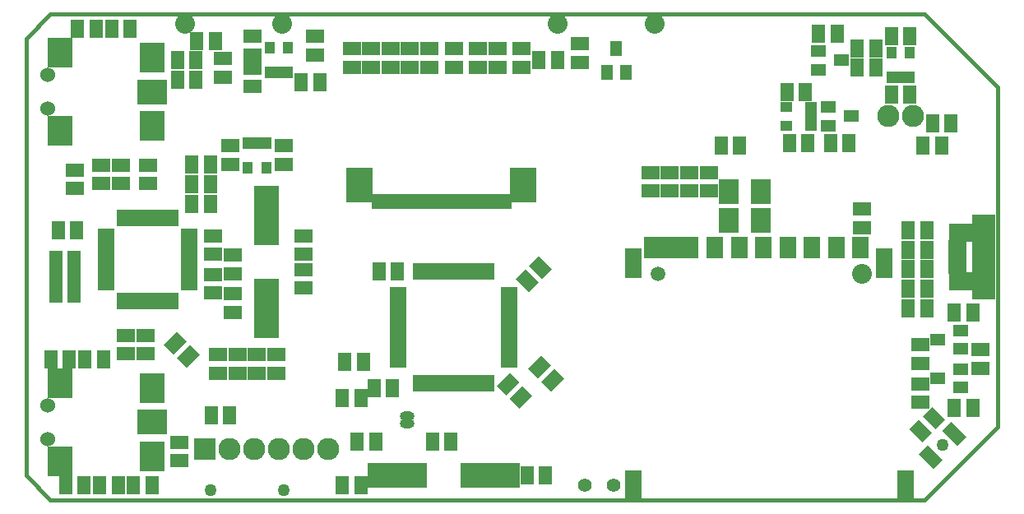
<source format=gts>
G04 (created by PCBNEW-RS274X (2012-jan-04)-testing) date Wed 23 May 2012 23:15:24 BST*
G01*
G70*
G90*
%MOIN*%
G04 Gerber Fmt 3.4, Leading zero omitted, Abs format*
%FSLAX34Y34*%
G04 APERTURE LIST*
%ADD10C,0.006000*%
%ADD11C,0.015000*%
%ADD12R,0.040000X0.050000*%
%ADD13R,0.050000X0.040000*%
%ADD14R,0.048000X0.059000*%
%ADD15R,0.059000X0.048000*%
%ADD16R,0.080000X0.100000*%
%ADD17R,0.055000X0.075000*%
%ADD18R,0.075000X0.055000*%
%ADD19R,0.065000X0.090000*%
%ADD20R,0.060000X0.090000*%
%ADD21R,0.055000X0.090000*%
%ADD22C,0.059400*%
%ADD23C,0.080000*%
%ADD24R,0.070000X0.120000*%
%ADD25R,0.074300X0.037700*%
%ADD26R,0.094800X0.066300*%
%ADD27R,0.094800X0.113500*%
%ADD28R,0.102700X0.078100*%
%ADD29R,0.031800X0.067000*%
%ADD30R,0.067000X0.031800*%
%ADD31C,0.090000*%
%ADD32R,0.090000X0.090000*%
%ADD33R,0.100700X0.238500*%
%ADD34R,0.238500X0.100700*%
%ADD35R,0.031800X0.063300*%
%ADD36R,0.110600X0.142000*%
%ADD37O,0.059400X0.037700*%
%ADD38R,0.098700X0.120400*%
%ADD39R,0.120400X0.098700*%
%ADD40C,0.060000*%
%ADD41C,0.049500*%
%ADD42C,0.055400*%
G04 APERTURE END LIST*
G54D10*
G54D11*
X39369Y16733D02*
X39370Y16733D01*
X36417Y19685D02*
X39369Y16733D01*
X00984Y19685D02*
X00000Y18701D01*
X36417Y19685D02*
X00984Y19685D01*
X36417Y00000D02*
X39370Y02953D01*
X00000Y00984D02*
X00000Y00985D01*
X00984Y00000D02*
X00000Y00984D01*
X36417Y00000D02*
X00984Y00000D01*
X00000Y18701D02*
X00000Y00985D01*
X39370Y16733D02*
X39370Y02953D01*
G54D12*
X35056Y17120D03*
X35806Y17120D03*
X35056Y18120D03*
X35431Y17120D03*
X35806Y18120D03*
X09861Y17315D03*
X10611Y17315D03*
X09861Y18315D03*
X10236Y17315D03*
X10611Y18315D03*
X09725Y14477D03*
X08975Y14477D03*
X09725Y13477D03*
X09350Y14477D03*
X08975Y13477D03*
G54D13*
X31799Y15177D03*
X31799Y15927D03*
X30799Y15177D03*
X31799Y15552D03*
X30799Y15927D03*
G54D14*
X23917Y18287D03*
X23543Y17343D03*
X24291Y17343D03*
G54D15*
X36930Y06496D03*
X37874Y06122D03*
X37874Y06870D03*
X36930Y04922D03*
X37874Y04548D03*
X37874Y05296D03*
G54D16*
X28484Y12500D03*
X29784Y12500D03*
X29784Y11319D03*
X28484Y11319D03*
G54D17*
X07462Y13583D03*
X06712Y13583D03*
X36497Y10138D03*
X35747Y10138D03*
G54D18*
X27658Y12519D03*
X27658Y13269D03*
X26870Y12519D03*
X26870Y13269D03*
G54D17*
X02381Y05709D03*
X03131Y05709D03*
X36497Y07776D03*
X35747Y07776D03*
X35747Y08563D03*
X36497Y08563D03*
G54D18*
X33858Y11043D03*
X33858Y11793D03*
G54D17*
X36497Y09351D03*
X35747Y09351D03*
X03722Y00591D03*
X02972Y00591D03*
X36497Y10926D03*
X35747Y10926D03*
G54D18*
X38681Y06084D03*
X38681Y05334D03*
G54D17*
X37617Y07579D03*
X38367Y07579D03*
G54D18*
X36221Y06281D03*
X36221Y05531D03*
X08366Y09173D03*
X08366Y09923D03*
G54D17*
X28168Y14370D03*
X28918Y14370D03*
G54D18*
X08366Y08348D03*
X08366Y07598D03*
G54D17*
X06712Y12796D03*
X07462Y12796D03*
G54D18*
X01969Y12618D03*
X01969Y13368D03*
X08563Y05887D03*
X08563Y05137D03*
X07776Y05887D03*
X07776Y05137D03*
G54D17*
X16456Y02363D03*
X17206Y02363D03*
X01200Y08367D03*
X01950Y08367D03*
G54D18*
X11221Y10710D03*
X11221Y09960D03*
G54D17*
X02344Y00591D03*
X01594Y00591D03*
G54D18*
X06201Y02344D03*
X06201Y01594D03*
G54D17*
X05099Y00591D03*
X04349Y00591D03*
G54D18*
X11713Y18781D03*
X11713Y18031D03*
X22441Y18486D03*
X22441Y17736D03*
X11221Y08582D03*
X11221Y09332D03*
G54D10*
G36*
X36322Y02327D02*
X35791Y02858D01*
X36180Y03247D01*
X36711Y02716D01*
X36322Y02327D01*
X36322Y02327D01*
G37*
G36*
X36852Y02857D02*
X36321Y03388D01*
X36710Y03777D01*
X37241Y03246D01*
X36852Y02857D01*
X36852Y02857D01*
G37*
G54D18*
X25295Y13269D03*
X25295Y12519D03*
X26083Y13269D03*
X26083Y12519D03*
G54D17*
X34430Y18307D03*
X33680Y18307D03*
X34430Y17520D03*
X33680Y17520D03*
X11141Y16930D03*
X11891Y16930D03*
X02086Y19095D03*
X02836Y19095D03*
G54D18*
X07973Y17145D03*
X07973Y17895D03*
G54D17*
X06121Y17028D03*
X06871Y17028D03*
X36338Y14370D03*
X37088Y14370D03*
X37481Y15256D03*
X36731Y15256D03*
X13405Y02363D03*
X14155Y02363D03*
G54D18*
X16339Y17539D03*
X16339Y18289D03*
X15551Y17539D03*
X15551Y18289D03*
X14764Y17539D03*
X14764Y18289D03*
X13976Y17539D03*
X13976Y18289D03*
X13189Y17539D03*
X13189Y18289D03*
G54D17*
X30826Y16536D03*
X31576Y16536D03*
X12814Y00591D03*
X13564Y00591D03*
X21044Y00985D03*
X20294Y00985D03*
X37617Y03741D03*
X38367Y03741D03*
X31674Y14469D03*
X30924Y14469D03*
X12814Y04134D03*
X13564Y04134D03*
G54D18*
X17323Y18289D03*
X17323Y17539D03*
G54D17*
X35806Y16439D03*
X35056Y16439D03*
X03464Y19095D03*
X04214Y19095D03*
X07659Y18603D03*
X06909Y18603D03*
X35806Y18801D03*
X35056Y18801D03*
X06871Y17815D03*
X06121Y17815D03*
G54D18*
X04921Y13564D03*
X04921Y12814D03*
G54D17*
X07462Y12008D03*
X06712Y12008D03*
G54D10*
G36*
X07024Y05909D02*
X06493Y05378D01*
X06104Y05767D01*
X06635Y06298D01*
X07024Y05909D01*
X07024Y05909D01*
G37*
G36*
X06494Y06439D02*
X05963Y05908D01*
X05574Y06297D01*
X06105Y06828D01*
X06494Y06439D01*
X06494Y06439D01*
G37*
G54D18*
X04036Y05925D03*
X04036Y06675D03*
X07579Y10710D03*
X07579Y09960D03*
X07579Y09135D03*
X07579Y08385D03*
X04823Y05925D03*
X04823Y06675D03*
X03051Y12814D03*
X03051Y13564D03*
X03839Y12814D03*
X03839Y13564D03*
X36221Y04706D03*
X36221Y03956D03*
G54D17*
X07499Y03445D03*
X08249Y03445D03*
X01003Y05709D03*
X01753Y05709D03*
X01950Y09056D03*
X01200Y09056D03*
X01298Y10926D03*
X02048Y10926D03*
X01200Y09744D03*
X01950Y09744D03*
G54D18*
X10433Y13602D03*
X10433Y14352D03*
X09154Y18781D03*
X09154Y18031D03*
X08268Y14352D03*
X08268Y13602D03*
X09154Y16751D03*
X09154Y17501D03*
G54D17*
X21536Y17815D03*
X20786Y17815D03*
G54D18*
X20079Y17539D03*
X20079Y18289D03*
X19095Y18289D03*
X19095Y17539D03*
X18307Y18289D03*
X18307Y17539D03*
G54D19*
X33809Y10217D03*
X32825Y10217D03*
X31840Y10217D03*
X30856Y10217D03*
X29872Y10217D03*
X28888Y10217D03*
X27903Y10217D03*
X26919Y10217D03*
G54D20*
X26279Y10217D03*
G54D21*
X25768Y10217D03*
X25295Y10217D03*
G54D22*
X25589Y09154D03*
G54D23*
X33858Y09154D03*
G54D24*
X24606Y00599D03*
X24606Y09599D03*
X35630Y00599D03*
X34764Y09599D03*
G54D25*
X37752Y10355D03*
X37752Y09587D03*
X37752Y10099D03*
X37752Y09843D03*
G54D26*
X38799Y09513D03*
G54D27*
X38799Y10990D03*
X38799Y08696D03*
G54D26*
X38799Y10173D03*
G54D25*
X37752Y09331D03*
G54D28*
X37894Y08873D03*
X37894Y10813D03*
G54D29*
X15846Y04725D03*
X16042Y04725D03*
X16239Y04725D03*
X16436Y04725D03*
X16633Y04725D03*
X16830Y04725D03*
X17027Y04725D03*
X17224Y04725D03*
X17420Y04725D03*
X17617Y04725D03*
X17814Y04725D03*
X18011Y04725D03*
X18208Y04725D03*
X18405Y04725D03*
X18602Y04725D03*
X18798Y04725D03*
X18798Y09253D03*
X18602Y09253D03*
X18405Y09253D03*
X18208Y09253D03*
X18011Y09253D03*
X17814Y09253D03*
X17617Y09253D03*
X17420Y09253D03*
X17224Y09253D03*
X17027Y09253D03*
X16830Y09253D03*
X16633Y09253D03*
X16436Y09253D03*
X16239Y09253D03*
X16042Y09253D03*
X15846Y09253D03*
G54D30*
X19586Y05513D03*
X19586Y05709D03*
X19586Y05906D03*
X19586Y06103D03*
X19586Y06300D03*
X19586Y06497D03*
X19586Y06694D03*
X19586Y06891D03*
X19586Y07087D03*
X19586Y07284D03*
X19586Y07481D03*
X19586Y07678D03*
X19586Y07875D03*
X19586Y08072D03*
X19586Y08269D03*
X19586Y08465D03*
X15058Y08465D03*
X15058Y08269D03*
X15058Y08072D03*
X15058Y07875D03*
X15058Y07678D03*
X15058Y07481D03*
X15058Y07284D03*
X15058Y07087D03*
X15058Y06891D03*
X15058Y06694D03*
X15058Y06497D03*
X15058Y06300D03*
X15058Y06103D03*
X15058Y05906D03*
X15058Y05709D03*
X15058Y05513D03*
G54D29*
X03838Y08072D03*
X04035Y08072D03*
X04232Y08072D03*
X04429Y08072D03*
X04626Y08072D03*
X04823Y08072D03*
X05019Y08072D03*
X05216Y08072D03*
X05413Y08072D03*
X05610Y08072D03*
X05807Y08072D03*
X06004Y08072D03*
X06004Y11418D03*
X05807Y11418D03*
X05610Y11418D03*
X05413Y11418D03*
X05216Y11418D03*
X05019Y11418D03*
X04823Y11418D03*
X04626Y11418D03*
X04429Y11418D03*
X04232Y11418D03*
X04035Y11418D03*
X03838Y11418D03*
G54D30*
X06594Y08662D03*
X06594Y08859D03*
X06594Y09056D03*
X06594Y09253D03*
X06594Y09450D03*
X06594Y09647D03*
X06594Y09843D03*
X06594Y10040D03*
X06594Y10237D03*
X06594Y10434D03*
X06594Y10631D03*
X06594Y10828D03*
X03248Y10828D03*
X03248Y10631D03*
X03248Y10434D03*
X03248Y10237D03*
X03248Y10040D03*
X03248Y09843D03*
X03248Y09647D03*
X03248Y09450D03*
X03248Y09253D03*
X03248Y09056D03*
X03248Y08859D03*
X03248Y08662D03*
G54D31*
X35933Y15552D03*
X34933Y15552D03*
G54D32*
X07244Y02067D03*
G54D31*
X08244Y02067D03*
X09244Y02067D03*
X10244Y02067D03*
X11244Y02067D03*
X12244Y02067D03*
G54D33*
X09744Y07766D03*
X09744Y11526D03*
G54D34*
X18809Y00985D03*
X15049Y00985D03*
G54D23*
X21524Y19292D03*
X25461Y19292D03*
X10366Y19292D03*
X06429Y19292D03*
G54D35*
X16734Y12107D03*
X16930Y12107D03*
X17324Y12107D03*
X17521Y12107D03*
X17718Y12107D03*
X17915Y12107D03*
X18112Y12107D03*
X18309Y12107D03*
X18505Y12107D03*
X18702Y12107D03*
X18899Y12107D03*
X19096Y12107D03*
X19293Y12107D03*
X19490Y12107D03*
X16537Y12107D03*
X14174Y12107D03*
X14371Y12107D03*
X14568Y12107D03*
X14765Y12107D03*
X14962Y12107D03*
X15159Y12107D03*
X15355Y12107D03*
X15552Y12107D03*
X15749Y12107D03*
X15946Y12107D03*
X16143Y12107D03*
X17127Y12107D03*
X16340Y12107D03*
G54D36*
X20147Y12776D03*
X13517Y12776D03*
G54D10*
G36*
X20509Y04236D02*
X19978Y03705D01*
X19589Y04094D01*
X20120Y04625D01*
X20509Y04236D01*
X20509Y04236D01*
G37*
G36*
X19979Y04766D02*
X19448Y04235D01*
X19059Y04624D01*
X19590Y05155D01*
X19979Y04766D01*
X19979Y04766D01*
G37*
G36*
X20765Y09879D02*
X21296Y09348D01*
X20907Y08959D01*
X20376Y09490D01*
X20765Y09879D01*
X20765Y09879D01*
G37*
G36*
X20235Y09349D02*
X20766Y08818D01*
X20377Y08429D01*
X19846Y08960D01*
X20235Y09349D01*
X20235Y09349D01*
G37*
G54D17*
X14290Y09252D03*
X15040Y09252D03*
X12912Y05611D03*
X13662Y05611D03*
G54D10*
G36*
X21788Y04925D02*
X21257Y04394D01*
X20868Y04783D01*
X21399Y05314D01*
X21788Y04925D01*
X21788Y04925D01*
G37*
G36*
X21258Y05455D02*
X20727Y04924D01*
X20338Y05313D01*
X20869Y05844D01*
X21258Y05455D01*
X21258Y05455D01*
G37*
G54D17*
X14094Y04528D03*
X14844Y04528D03*
G54D15*
X33445Y15552D03*
X32501Y15926D03*
X32501Y15178D03*
G54D17*
X32598Y14469D03*
X33348Y14469D03*
G54D15*
X33051Y17815D03*
X32107Y18189D03*
X32107Y17441D03*
G54D18*
X09350Y05887D03*
X09350Y05137D03*
X10138Y05887D03*
X10138Y05137D03*
G54D17*
X32105Y18898D03*
X32855Y18898D03*
G54D37*
X15453Y03405D03*
X15453Y03091D03*
G54D38*
X01358Y01565D03*
X01358Y04735D03*
G54D39*
X05098Y03150D03*
G54D38*
X05098Y04538D03*
X05098Y01762D03*
G54D40*
X00886Y03839D03*
X00886Y02461D03*
G54D38*
X01358Y14951D03*
X01358Y18121D03*
G54D39*
X05098Y16536D03*
G54D38*
X05098Y17924D03*
X05098Y15148D03*
G54D40*
X00886Y17225D03*
X00886Y15847D03*
G54D41*
X07480Y00394D03*
X10433Y00394D03*
G54D10*
G36*
X37478Y03175D02*
X38092Y02561D01*
X37728Y02197D01*
X37114Y02811D01*
X37478Y03175D01*
X37478Y03175D01*
G37*
G36*
X36532Y02229D02*
X37146Y01615D01*
X36782Y01251D01*
X36168Y01865D01*
X36532Y02229D01*
X36532Y02229D01*
G37*
G54D41*
X37130Y02213D03*
G54D42*
X22637Y00591D03*
X23819Y00591D03*
M02*

</source>
